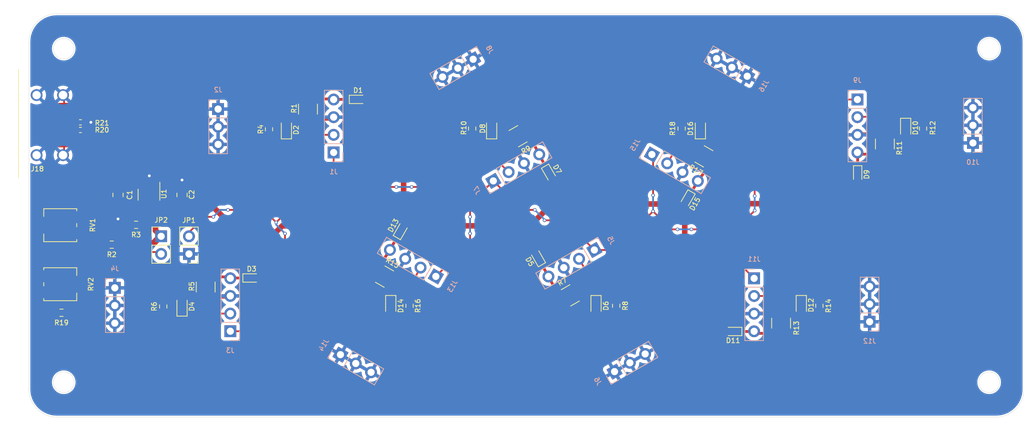
<source format=kicad_pcb>
(kicad_pcb (version 20221018) (generator pcbnew)
  (layers (0 "F.Cu" signal) (31 "B.Cu" signal) (34 "B.Paste" user) (35 "F.Paste" user) (36 "B.SilkS" user "B.Silkscreen") (37 "F.SilkS" user "F.Silkscreen") (38 "B.Mask" user) (39 "F.Mask" user) (44 "Edge.Cuts" user))
  (net 0 "")
  (net 1 "VBUS")
  (net 2 "GND")
  (net 3 "/Plug/VREG")
  (net 4 "/Plug/BATT")
  (net 5 "Net-(D2-K)")
  (net 6 "/Plug/STAT")
  (net 7 "/Plug1/BATT")
  (net 8 "Net-(D4-K)")
  (net 9 "/Plug1/STAT")
  (net 10 "/Plug2/BATT")
  (net 11 "Net-(D6-K)")
  (net 12 "/Plug2/STAT")
  (net 13 "/Plug3/BATT")
  (net 14 "Net-(D8-K)")
  (net 15 "/Plug3/STAT")
  (net 16 "/Plug5/BATT")
  (net 17 "Net-(D10-K)")
  (net 18 "/Plug5/STAT")
  (net 19 "/Plug7/BATT")
  (net 20 "Net-(D12-K)")
  (net 21 "/Plug7/STAT")
  (net 22 "/Plug4/BATT")
  (net 23 "Net-(D14-K)")
  (net 24 "/Plug4/STAT")
  (net 25 "/Plug6/BATT")
  (net 26 "Net-(D16-K)")
  (net 27 "/Plug6/STAT")
  (net 28 "/Plug/PROG")
  (net 29 "Net-(JP2-B)")
  (net 30 "Net-(R2-Pad2)")
  (net 31 "Net-(U1-FB)")
  (net 32 "Net-(R19-Pad2)")
  (net 35 "Net-(J18-CC2)")
  (net 36 "Net-(J18-CC1)")
  (footprint "Capacitor_SMD:C_0805_2012Metric" (layer "F.Cu") (at 95 95.05 90)
    (fp_text reference "C2")
    (fp_text value "C")
  )
  (footprint "Pixels-dice:USB-C-SMD_10P-P1.00-L6.8-W8.9" (layer "F.Cu") (at 76 85 180)
    (fp_text reference "J18")
    (fp_text value "USB_C_Receptacle_USB2.0")
  )
  (footprint "Resistor_SMD:R_0603_1608Metric" (layer "F.Cu") (at 77.675 112 180)
    (fp_text reference "R19")
    (fp_text value "R")
  )
  (footprint "Resistor_SMD:R_1210_3225Metric" (layer "F.Cu") (at 98.4 108.3 -90)
    (fp_text reference "R5")
    (fp_text value "R")
  )
  (footprint "LED_SMD:LED_0603_1608Metric" (layer "F.Cu") (at 184 111 -90)
    (fp_text reference "D12")
    (fp_text value "LED")
  )
  (footprint "LED_SMD:LED_0603_1608Metric" (layer "F.Cu") (at 199 85.5 -90)
    (fp_text reference "D10")
    (fp_text value "LED")
  )
  (footprint "Resistor_SMD:R_0603_1608Metric" (layer "F.Cu") (at 201.5 85.5 90)
    (fp_text reference "R12")
    (fp_text value "R")
  )
  (footprint "Resistor_SMD:R_1210_3225Metric" (layer "F.Cu") (at 196.01 87.72 90)
    (fp_text reference "R11")
    (fp_text value "R")
  )
  (footprint "Diode_SMD:D_SOD-523" (layer "F.Cu") (at 120.3 81.3)
    (fp_text reference "D1")
    (fp_text value "D_Schottky")
  )
  (footprint "Resistor_SMD:R_0603_1608Metric" (layer "F.Cu") (at 84.9 102.2 180)
    (fp_text reference "R2")
    (fp_text value "R")
  )
  (footprint "Resistor_SMD:R_1210_3225Metric" (layer "F.Cu") (at 181.1 113.5 90)
    (fp_text reference "R13")
    (fp_text value "R")
  )
  (footprint "Connector_PinHeader_2.54mm:PinHeader_1x02_P2.54mm_Vertical" (layer "F.Cu") (at 92 101)
    (fp_text reference "JP2")
    (fp_text value "Jumper_2_Open")
  )
  (footprint "Diode_SMD:D_SOD-523" (layer "F.Cu") (at 174.2 114.7 180)
    (fp_text reference "D11")
    (fp_text value "D_Schottky")
  )
  (footprint "Resistor_SMD:R_0603_1608Metric" (layer "F.Cu") (at 107.5 85.6 -90)
    (fp_text reference "R4")
    (fp_text value "R")
  )
  (footprint "LED_SMD:LED_0603_1608Metric" (layer "F.Cu") (at 139.5 85.5 90)
    (fp_text reference "D8")
    (fp_text value "LED")
  )
  (footprint "Package_TO_SOT_SMD:SOT-23-5" (layer "F.Cu") (at 90.25 95.0125 -90)
    (fp_text reference "U1")
    (fp_text value "TLV75801PDBV")
  )
  (footprint "Resistor_SMD:R_0603_1608Metric" (layer "F.Cu") (at 88.4 99.35 180)
    (fp_text reference "R3")
    (fp_text value "R")
  )
  (footprint "LED_SMD:LED_0603_1608Metric" (layer "F.Cu") (at 125 111 -90)
    (fp_text reference "D14")
    (fp_text value "LED")
  )
  (footprint "Resistor_SMD:R_0603_1608Metric" (layer "F.Cu") (at 127.7 111 90)
    (fp_text reference "R16")
    (fp_text value "R")
  )
  (footprint "Diode_SMD:D_SOD-523" (layer "F.Cu") (at 126.5 100.1 60)
    (fp_text reference "D13")
    (fp_text value "D_Schottky")
  )
  (footprint "Resistor_SMD:R_0402_1005Metric" (layer "F.Cu") (at 80.4 84.6 180)
    (fp_text reference "R21")
    (fp_text value "5.1k 1%")
  )
  (footprint "Capacitor_SMD:C_0805_2012Metric" (layer "F.Cu") (at 85.8 95.05 -90)
    (fp_text reference "C1")
    (fp_text value "C")
  )
  (footprint "Diode_SMD:D_SOD-523" (layer "F.Cu") (at 146.1 104 120)
    (fp_text reference "D5")
    (fp_text value "D_Schottky")
  )
  (footprint "Connector_PinHeader_2.54mm:PinHeader_1x02_P2.54mm_Vertical" (layer "F.Cu") (at 96 103.54 180)
    (fp_text reference "JP1")
    (fp_text value "Jumper_2_Open")
  )
  (footprint "Resistor_SMD:R_1210_3225Metric" (layer "F.Cu") (at 124.1 106.8 -30)
    (fp_text reference "R15")
    (fp_text value "R")
  )
  (footprint "LED_SMD:LED_0603_1608Metric" (layer "F.Cu") (at 95 111 90)
    (fp_text reference "D4")
    (fp_text value "LED")
  )
  (footprint "Diode_SMD:D_SOD-523" (layer "F.Cu") (at 105 107)
    (fp_text reference "D3")
    (fp_text value "D_Schottky")
  )
  (footprint "Resistor_SMD:R_0603_1608Metric" (layer "F.Cu") (at 157.4 111 90)
    (fp_text reference "R8")
    (fp_text value "R")
  )
  (footprint "LED_SMD:LED_0603_1608Metric" (layer "F.Cu") (at 110 85.5 90)
    (fp_text reference "D2")
    (fp_text value "LED")
  )
  (footprint "Resistor_SMD:R_1210_3225Metric" (layer "F.Cu") (at 170 89.5 150)
    (fp_text reference "R17")
    (fp_text value "R")
  )
  (footprint "Potentiometer_SMD:Potentiometer_Bourns_3314G_Vertical" (layer "F.Cu") (at 77.5 107.9 90)
    (fp_text reference "RV2")
    (fp_text value "R_Potentiometer_Trim")
  )
  (footprint "LED_SMD:LED_0603_1608Metric" (layer "F.Cu") (at 154.5 111 -90)
    (fp_text reference "D6")
    (fp_text value "LED")
  )
  (footprint "Resistor_SMD:R_0603_1608Metric" (layer "F.Cu") (at 186.6 111 90)
    (fp_text reference "R14")
    (fp_text value "R")
  )
  (footprint "Resistor_SMD:R_1210_3225Metric" (layer "F.Cu") (at 150.8 109.5 30)
    (fp_text reference "R7")
    (fp_text value "R")
  )
  (footprint "Potentiometer_SMD:Potentiometer_Bourns_3314G_Vertical" (layer "F.Cu") (at 77.5 99.4 -90)
    (fp_text reference "RV1")
    (fp_text value "R_Potentiometer_Trim")
  )
  (footprint "Resistor_SMD:R_1210_3225Metric" (layer "F.Cu") (at 143.3 86.6 -150)
    (fp_text reference "R9")
    (fp_text value "R")
  )
  (footprint "Diode_SMD:D_SOD-523" (layer "F.Cu") (at 147.8 92 -60)
    (fp_text reference "D7")
    (fp_text value "D_Schottky")
  )
  (footprint "LED_SMD:LED_0603_1608Metric" (layer "F.Cu") (at 169.5 85.5 90)
    (fp_text reference "D16")
    (fp_text value "LED")
  )
  (footprint "Resistor_SMD:R_0402_1005Metric" (layer "F.Cu") (at 80.4 85.7 180)
    (fp_text reference "R20")
    (fp_text value "5.1k 1%")
  )
  (footprint "Diode_SMD:D_SOD-523" (layer "F.Cu") (at 167.6 95.7 -120)
    (fp_text reference "D15")
    (fp_text value "D_Schottky")
  )
  (footprint "Resistor_SMD:R_0603_1608Metric" (layer "F.Cu") (at 136.7 85.5 -90)
    (fp_text reference "R10")
    (fp_text value "R")
  )
  (footprint "Resistor_SMD:R_1210_3225Metric" (layer "F.Cu") (at 113.1 82.7 -90)
    (fp_text reference "R1")
    (fp_text value "R")
  )
  (footprint "Resistor_SMD:R_0603_1608Metric" (layer "F.Cu") (at 166.8 85.5 -90)
    (fp_text reference "R18")
    (fp_text value "R")
  )
  (footprint "Resistor_SMD:R_0603_1608Metric" (layer "F.Cu") (at 92.3 111.1 -90)
    (fp_text reference "R6")
    (fp_text value "R")
  )
  (footprint "Diode_SMD:D_SOD-523" (layer "F.Cu") (at 192.1 92.1 -90)
    (fp_text reference "D9")
    (fp_text value "D_Schottky")
  )
  (footprint "Connector_PinSocket_2.54mm:PinSocket_1x03_P2.54mm_Vertical" (layer "B.Cu") (at 136.84 75.53 120)
    (fp_text reference "J8")
    (fp_text value "Conn_01x03")
  )
  (footprint "Connector_PinSocket_2.54mm:PinSocket_1x03_P2.54mm_Vertical" (layer "B.Cu") (at 176.23 77.97 60)
    (fp_text reference "J16")
    (fp_text value "Conn_01x03")
  )
  (footprint "Connector_PinSocket_2.54mm:PinSocket_1x03_P2.54mm_Vertical" (layer "B.Cu") (at 208.67 87.57)
    (fp_text reference "J10")
    (fp_text value "Conn_01x03")
  )
  (footprint "Connector_PinSocket_2.54mm:PinSocket_1x04_P2.54mm_Vertical" (layer "B.Cu") (at 101.94 114.66)
    (fp_text reference "J3")
    (fp_text value "Conn_01x04")
  )
  (footprint "Connector_PinSocket_2.54mm:PinSocket_1x04_P2.54mm_Vertical" (layer "B.Cu") (at 154.26 102.97 120)
    (fp_text reference "J5")
    (fp_text value "Conn_01x04")
  )
  (footprint "Connector_PinSocket_2.54mm:PinSocket_1x03_P2.54mm_Vertical" (layer "B.Cu") (at 85.34 108.42 180)
    (fp_text reference "J4")
    (fp_text value "Conn_01x03")
  )
  (footprint "Connector_PinSocket_2.54mm:PinSocket_1x03_P2.54mm_Vertical" (layer "B.Cu") (at 117.770591 118.03 -120)
    (fp_text reference "J14")
    (fp_text value "Conn_01x03")
  )
  (footprint "Connector_PinSocket_2.54mm:PinSocket_1x03_P2.54mm_Vertical" (layer "B.Cu") (at 157.160591 120.47 -60)
    (fp_text reference "J6")
    (fp_text value "Conn_01x03")
  )
  (footprint "Connector_PinSocket_2.54mm:PinSocket_1x04_P2.54mm_Vertical" (layer "B.Cu") (at 192.065 81.319999 180)
    (fp_text reference "J9")
    (fp_text value "Conn_01x04")
  )
  (footprint "Connector_PinSocket_2.54mm:PinSocket_1x03_P2.54mm_Vertical" (layer "B.Cu") (at 100.185 82.695 180)
    (fp_text reference "J2")
    (fp_text value "Conn_01x03")
  )
  (footprint "Connector_PinSocket_2.54mm:PinSocket_1x03_P2.54mm_Vertical" (layer "B.Cu") (at 193.82 113.3)
    (fp_text reference "J12")
    (fp_text value "Conn_01x03")
  )
  (footprint "Connector_PinSocket_2.54mm:PinSocket_1x04_P2.54mm_Vertical" (layer "B.Cu") (at 131.48 106.77 60)
    (fp_text reference "J13")
    (fp_text value "Conn_01x04")
  )
  (footprint "Connector_PinSocket_2.54mm:PinSocket_1x04_P2.54mm_Vertical" (layer "B.Cu") (at 116.79 88.94)
    (fp_text reference "J1")
    (fp_text value "Conn_01x04")
  )
  (footprint "Connector_PinSocket_2.54mm:PinSocket_1x04_P2.54mm_Vertical" (layer "B.Cu") (at 162.530886 89.23 -120)
    (fp_text reference "J15")
    (fp_text value "Conn_01x04")
  )
  (footprint "Connector_PinSocket_2.54mm:PinSocket_1x04_P2.54mm_Vertical" (layer "B.Cu") (at 139.740886 93.03 -60)
    (fp_text reference "J7")
    (fp_text value "Conn_01x04")
  )
  (footprint "Connector_PinSocket_2.54mm:PinSocket_1x04_P2.54mm_Vertical" (layer "B.Cu") (at 177.22 107.05 180)
    (fp_text reference "J11")
    (fp_text value "Conn_01x04")
  )
  (gr_circle (center 154.26 102.97) (end 154.76 102.97) (stroke (width 0.05)) (fill none) (layer "Edge.Cuts"))
  (gr_circle (center 174.030295 76.7) (end 174.530295 76.7) (stroke (width 0.05)) (fill none) (layer "Edge.Cuts"))
  (gr_circle (center 101.94 109.58) (end 102.44 109.58) (stroke (width 0.05)) (fill none) (layer "Edge.Cuts"))
  (gr_circle (center 96 101) (end 96.5 101) (stroke (width 0.05)) (fill none) (layer "Edge.Cuts"))
  (gr_circle (center 177.22 107.05) (end 177.72 107.05) (stroke (width 0.05)) (fill none) (layer "Edge.Cuts"))
  (gr_circle (center 92 101) (end 92.5 101) (stroke (width 0.05)) (fill none) (layer "Edge.Cuts"))
  (gr_circle (center 162.530886 89.23) (end 163.030886 89.23) (stroke (width 0.05)) (fill none) (layer "Edge.Cuts"))
  (gr_circle (center 116.79 83.86) (end 117.29 83.86) (stroke (width 0.05)) (fill none) (layer "Edge.Cuts"))
  (gr_line (start 77 127.000001) (end 212 127) (stroke (width 0.05)) (layer "Edge.Cuts"))
  (gr_circle (center 77.9 80.68) (end 78.5 80.68) (stroke (width 0.05)) (fill none) (layer "Edge.Cuts"))
  (gr_circle (center 134.640295 76.8) (end 135.140295 76.8) (stroke (width 0.05)) (fill none) (layer "Edge.Cuts"))
  (gr_circle (center 208.67 82.49) (end 209.17 82.49) (stroke (width 0.05)) (fill none) (layer "Edge.Cuts"))
  (gr_circle (center 122.17 120.57) (end 122.67 120.57) (stroke (width 0.05)) (fill none) (layer "Edge.Cuts"))
  (gr_circle (center 177.22 109.59) (end 177.72 109.59) (stroke (width 0.05)) (fill none) (layer "Edge.Cuts"))
  (gr_circle (center 119.970296 119.3) (end 120.470296 119.3) (stroke (width 0.05)) (fill none) (layer "Edge.Cuts"))
  (gr_circle (center 100.185 82.695) (end 100.685 82.695) (stroke (width 0.05)) (fill none) (layer "Edge.Cuts"))
  (gr_arc (start 215.999999 123) (mid 214.828426 125.828426) (end 212 127) (stroke (width 0.05)) (layer "Edge.Cuts"))
  (gr_circle (center 157.160591 120.47) (end 157.660591 120.47) (stroke (width 0.05)) (fill none) (layer "Edge.Cuts"))
  (gr_line (start 73 73) (end 73 122.999999) (stroke (width 0.05)) (layer "Edge.Cuts"))
  (gr_circle (center 136.84 75.53) (end 137.34 75.53) (stroke (width 0.05)) (fill none) (layer "Edge.Cuts"))
  (gr_circle (center 85.34 108.42) (end 85.84 108.42) (stroke (width 0.05)) (fill none) (layer "Edge.Cuts"))
  (gr_circle (center 210.999999 73.999999) (end 212.499999 73.999999) (stroke (width 0.05)) (fill none) (layer "Edge.Cuts"))
  (gr_circle (center 192.065 81.319999) (end 192.565 81.319999) (stroke (width 0.05)) (fill none) (layer "Edge.Cuts"))
  (gr_circle (center 131.48 106.77) (end 131.98 106.77) (stroke (width 0.05)) (fill none) (layer "Edge.Cuts"))
  (gr_circle (center 159.360296 119.2) (end 159.860296 119.2) (stroke (width 0.05)) (fill none) (layer "Edge.Cuts"))
  (gr_circle (center 117.770591 118.03) (end 118.270591 118.03) (stroke (width 0.05)) (fill none) (layer "Edge.Cuts"))
  (gr_circle (center 193.82 108.22) (end 194.32 108.22) (stroke (width 0.05)) (fill none) (layer "Edge.Cuts"))
  (gr_circle (center 101.94 112.12) (end 102.44 112.12) (stroke (width 0.05)) (fill none) (layer "Edge.Cuts"))
  (gr_circle (center 164.730591 90.5) (end 165.230591 90.5) (stroke (width 0.05)) (fill none) (layer "Edge.Cuts"))
  (gr_circle (center 101.94 114.66) (end 102.44 114.66) (stroke (width 0.05)) (fill none) (layer "Edge.Cuts"))
  (gr_circle (center 192.065 88.939999) (end 192.565 88.939999) (stroke (width 0.05)) (fill none) (layer "Edge.Cuts"))
  (gr_circle (center 193.82 113.3) (end 194.32 113.3) (stroke (width 0.05)) (fill none) (layer "Edge.Cuts"))
  (gr_circle (center 100.185 85.235) (end 100.685 85.235) (stroke (width 0.05)) (fill none) (layer "Edge.Cuts"))
  (gr_circle (center 78 73.999999) (end 79.5 73.999999) (stroke (width 0.05)) (fill none) (layer "Edge.Cuts"))
  (gr_arc (start 73 73) (mid 74.171585 70.171592) (end 77 69) (stroke (width 0.05)) (layer "Edge.Cuts"))
  (gr_circle (center 124.880886 102.96) (end 125.380886 102.96) (stroke (width 0.05)) (fill none) (layer "Edge.Cuts"))
  (gr_circle (center 116.79 86.4) (end 117.29 86.4) (stroke (width 0.05)) (fill none) (layer "Edge.Cuts"))
  (gr_circle (center 161.56 117.93) (end 162.06 117.93) (stroke (width 0.05)) (fill none) (layer "Edge.Cuts"))
  (gr_circle (center 147.660886 106.78) (end 148.160886 106.78) (stroke (width 0.05)) (fill none) (layer "Edge.Cuts"))
  (gr_arc (start 212 68.999999) (mid 214.828429 70.171572) (end 216 73.000001) (stroke (width 0.05)) (layer "Edge.Cuts"))
  (gr_circle (center 127.080591 104.23) (end 127.580591 104.23) (stroke (width 0.05)) (fill none) (layer "Edge.Cuts"))
  (gr_circle (center 116.79 88.94) (end 117.29 88.94) (stroke (width 0.05)) (fill none) (layer "Edge.Cuts"))
  (gr_circle (center 101.94 107.04) (end 102.44 107.04) (stroke (width 0.05)) (fill none) (layer "Edge.Cuts"))
  (gr_line (start 212 68.999999) (end 77 69) (stroke (width 0.05)) (layer "Edge.Cuts"))
  (gr_circle (center 85.34 113.5) (end 85.84 113.5) (stroke (width 0.05)) (fill none) (layer "Edge.Cuts"))
  (gr_circle (center 92 103.54) (end 92.5 103.54) (stroke (width 0.05)) (fill none) (layer "Edge.Cuts"))
  (gr_circle (center 146.34 89.22) (end 146.84 89.22) (stroke (width 0.05)) (fill none) (layer "Edge.Cuts"))
  (gr_circle (center 210.999999 122) (end 212.499999 122) (stroke (width 0.05)) (fill none) (layer "Edge.Cuts"))
  (gr_circle (center 176.23 77.97) (end 176.73 77.97) (stroke (width 0.05)) (fill none) (layer "Edge.Cuts"))
  (gr_circle (center 144.140295 90.49) (end 144.640295 90.49) (stroke (width 0.05)) (fill none) (layer "Edge.Cuts"))
  (gr_circle (center 78 122) (end 79.5 122) (stroke (width 0.05)) (fill none) (layer "Edge.Cuts"))
  (gr_circle (center 85.34 110.96) (end 85.84 110.96) (stroke (width 0.05)) (fill none) (layer "Edge.Cuts"))
  (gr_circle (center 177.22 114.67) (end 177.72 114.67) (stroke (width 0.05)) (fill none) (layer "Edge.Cuts"))
  (gr_line (start 215.999999 123) (end 216 73.000001) (stroke (width 0.05)) (layer "Edge.Cuts"))
  (gr_circle (center 96 103.54) (end 96.5 103.54) (stroke (width 0.05)) (fill none) (layer "Edge.Cuts"))
  (gr_circle (center 116.79 81.32) (end 117.29 81.32) (stroke (width 0.05)) (fill none) (layer "Edge.Cuts"))
  (gr_circle (center 171.830591 75.43) (end 172.330591 75.43) (stroke (width 0.05)) (fill none) (layer "Edge.Cuts"))
  (gr_circle (center 166.930295 91.77) (end 167.430295 91.77) (stroke (width 0.05)) (fill none) (layer "Edge.Cuts"))
  (gr_circle (center 192.065 83.859999) (end 192.565 83.859999) (stroke (width 0.05)) (fill none) (layer "Edge.Cuts"))
  (gr_arc (start 77 127.000001) (mid 74.171572 125.828427) (end 73 122.999999) (stroke (width 0.05)) (layer "Edge.Cuts"))
  (gr_circle (center 139.740886 93.03) (end 140.240886 93.03) (stroke (width 0.05)) (fill none) (layer "Edge.Cuts"))
  (gr_circle (center 77.9 89.32) (end 78.5 89.32) (stroke (width 0.05)) (fill none) (layer "Edge.Cuts"))
  (gr_circle (center 169.13 93.04) (end 169.63 93.04) (stroke (width 0.05)) (fill none) (layer "Edge.Cuts"))
  (gr_circle (center 208.67 85.03) (end 209.17 85.03) (stroke (width 0.05)) (fill none) (layer "Edge.Cuts"))
  (gr_circle (center 208.67 87.57) (end 209.17 87.57) (stroke (width 0.05)) (fill none) (layer "Edge.Cuts"))
  (gr_circle (center 149.860591 105.51) (end 150.360591 105.51) (stroke (width 0.05)) (fill none) (layer "Edge.Cuts"))
  (gr_circle (center 132.440591 78.07) (end 132.940591 78.07) (stroke (width 0.05)) (fill none) (layer "Edge.Cuts"))
  (gr_circle (center 100.185 87.775) (end 100.685 87.775) (stroke (width 0.05)) (fill none) (layer "Edge.Cuts"))
  (gr_circle (center 141.940591 91.76) (end 142.440591 91.76) (stroke (width 0.05)) (fill none) (layer "Edge.Cuts"))
  (gr_circle (center 129.280295 105.5) (end 129.780295 105.5) (stroke (width 0.05)) (fill none) (layer "Edge.Cuts"))
  (gr_circle (center 152.060295 104.24) (end 152.560295 104.24) (stroke (width 0.05)) (fill none) (layer "Edge.Cuts"))
  (gr_circle (center 192.065 86.399999) (end 192.565 86.399999) (stroke (width 0.05)) (fill none) (layer "Edge.Cuts"))
  (gr_circle (center 177.22 112.13) (end 177.72 112.13) (stroke (width 0.05)) (fill none) (layer "Edge.Cuts"))
  (gr_circle (center 193.82 110.76) (end 194.32 110.76) (stroke (width 0.05)) (fill none) (layer "Edge.Cuts"))
  (segment (start 89.3 91.7) (end 89.3 93.875) (width 0.4) (layer "F.Cu") (net 1))
  (segment (start 78.05 86.52) (end 82.12 86.52) (width 0.4) (layer "F.Cu") (net 1))
  (segment (start 91.2 91.7) (end 90.7 91.2) (width 0.4) (layer "F.Cu") (net 1))
  (segment (start 82.12 86.52) (end 85.8 90.2) (width 0.4) (layer "F.Cu") (net 1))
  (segment (start 76.62 86.52) (end 78.05 86.52) (width 0.4) (layer "F.Cu") (net 1))
  (segment (start 78.05 83.48) (end 76.52 83.48) (width 0.4) (layer "F.Cu") (net 1))
  (segment (start 89.8 91.2) (end 89.3 91.7) (width 0.4) (layer "F.Cu") (net 1))
  (segment (start 89.075 94.1) (end 89.3 93.875) (width 0.4) (layer "F.Cu") (net 1))
  (segment (start 76 85.9) (end 76.62 86.52) (width 0.4) (layer "F.Cu") (net 1))
  (segment (start 76.52 83.48) (end 76 84) (width 0.4) (layer "F.Cu") (net 1))
  (segment (start 85.8 90.2) (end 85.8 94.1) (width 0.4) (layer "F.Cu") (net 1))
  (segment (start 91.2 93.875) (end 91.2 91.7) (width 0.4) (layer "F.Cu") (net 1))
  (segment (start 85.8 94.1) (end 89.075 94.1) (width 0.4) (layer "F.Cu") (net 1))
  (segment (start 90.7 91.2) (end 89.8 91.2) (width 0.4) (layer "F.Cu") (net 1))
  (segment (start 76 84) (end 76 85.9) (width 0.4) (layer "F.Cu") (net 1))
  (segment (start 101.7575 109.7625) (end 101.94 109.58) (width 0.4) (layer "F.Cu") (net 2))
  (segment (start 85.8 96) (end 85.8 98.5) (width 0.4) (layer "F.Cu") (net 2))
  (segment (start 90.25 93.875) (end 90.25 92.35) (width 0.4) (layer "F.Cu") (net 2))
  (segment (start 98.4 109.7625) (end 101.7575 109.7625) (width 0.4) (layer "F.Cu") (net 2))
  (segment (start 181.1 112.0375) (end 177.3125 112.0375) (width 0.4) (layer "F.Cu") (net 2))
  (segment (start 193.68 110.9) (end 193.82 110.76) (width 0.4) (layer "F.Cu") (net 2))
  (segment (start 87.575 99.35) (end 86.65 99.35) (width 0.4) (layer "F.Cu") (net 2))
  (segment (start 168.733438 88.76875) (end 166.930295 91.77) (width 0.4) (layer "F.Cu") (net 2))
  (segment (start 78.05 80.83) (end 77.9 80.68) (width 0.25) (layer "F.Cu") (net 2))
  (segment (start 152.066562 108.76875) (end 149.860591 105.51) (width 0.4) (layer "F.Cu") (net 2))
  (segment (start 116.4875 84.1625) (end 116.79 83.86) (width 0.4) (layer "F.Cu") (net 2))
  (segment (start 196.01 86.2575) (end 192.207499 86.2575) (width 0.4) (layer "F.Cu") (net 2))
  (segment (start 78.05 82.25) (end 78.05 80.83) (width 0.25) (layer "F.Cu") (net 2))
  (segment (start 78.05 89.17) (end 77.9 89.32) (width 0.25) (layer "F.Cu") (net 2))
  (segment (start 192.207499 86.2575) (end 192.065 86.399999) (width 0.4) (layer "F.Cu") (net 2))
  (segment (start 113.1 84.1625) (end 116.4875 84.1625) (width 0.4) (layer "F.Cu") (net 2))
  (segment (start 80.91 84.6) (end 81.9 84.6) (width 0.4) (layer "F.Cu") (net 2))
  (segment (start 85.38 111) (end 85.34 110.96) (width 0.4) (layer "F.Cu") (net 2))
  (segment (start 208.5 85.2) (end 208.67 85.03) (width 0.4) (layer "F.Cu") (net 2))
  (segment (start 125.366562 107.53125) (end 127.080591 104.23) (width 0.4) (layer "F.Cu") (net 2))
  (segment (start 142.033438 87.33125) (end 144.140295 90.49) (width 0.4) (layer "F.Cu") (net 2))
  (segment (start 95 94.1) (end 95 92.9) (width 0.4) (layer "F.Cu") (net 2))
  (segment (start 80.91 84.6) (end 80.91 85.7) (width 0.4) (layer "F.Cu") (net 2))
  (segment (start 86.65 99.35) (end 85.8 98.5) (width 0.4) (layer "F.Cu") (net 2))
  (segment (start 90.25 92.35) (end 90.3 92.3) (width 0.4) (layer "F.Cu") (net 2))
  (segment (start 78.05 87.75) (end 78.05 89.17) (width 0.25) (layer "F.Cu") (net 2))
  (segment (start 177.3125 112.0375) (end 177.22 112.13) (width 0.4) (layer "F.Cu") (net 2))
  (via (at 81.9 84.6) (size 0.8) (drill 0.4) (layers "F.Cu" "B.Cu") (net 2))
  (via (at 85.8 98.5) (size 0.8) (drill 0.4) (layers "F.Cu" "B.Cu") (net 2))
  (via (at 95 92.9) (size 0.8) (drill 0.4) (layers "F.Cu" "B.Cu") (net 2))
  (via (at 90.3 92.3) (size 0.8) (drill 0.4) (layers "F.Cu" "B.Cu") (net 2))
  (segment (start 126.85 99.493782) (end 141.85 99.493782) (width 0.8) (layer "F.Cu") (net 3))
  (segment (start 98.7 96) (end 105.7 103) (width 0.8) (layer "F.Cu") (net 3))
  (segment (start 126.85 99.493782) (end 126.85 87.15) (width 0.8) (layer "F.Cu") (net 3))
  (segment (start 126.85 87.15) (end 121 81.3) (width 0.8) (layer "F.Cu") (net 3))
  (segment (start 91.2 100.125) (end 91.8 100.725) (width 0.4) (layer "F.Cu") (net 3))
  (segment (start 167.25 96.306218) (end 188.593782 96.306218) (width 0.8) (layer "F.Cu") (net 3))
  (segment (start 91.2 100.2) (end 92 101) (width 0.8) (layer "F.Cu") (net 3))
  (segment (start 94.85 96.15) (end 95 96) (width 0.8) (layer "F.Cu") (net 3))
  (segment (start 141.85 99.493782) (end 145.75 103.393782) (width 0.8) (layer "F.Cu") (net 3))
  (segment (start 148.15 96.35) (end 148.15 92.606218) (width 0.8) (layer "F.Cu") (net 3))
  (segment (start 105.7 103) (end 105.9 103) (width 0.8) (layer "F.Cu") (net 3))
  (segment (start 85.725 102.2) (end 90.325 102.2) (width 0.4) (layer "F.Cu") (net 3))
  (segment (start 188.593782 96.306218) (end 192.1 92.8) (width 0.8) (layer "F.Cu") (net 3))
  (segment (start 141.85 99.493782) (end 145.006218 99.493782) (width 0.8) (layer "F.Cu") (net 3))
  (segment (start 148.15 96.35) (end 167.206218 96.35) (width 0.8) (layer "F.Cu") (net 3))
  (segment (start 145.006218 99.493782) (end 148.15 96.35) (width 0.8) (layer "F.Cu") (net 3))
  (segment (start 91.2 96.15) (end 91.2 100.2) (width 0.8) (layer "F.Cu") (net 3))
  (segment (start 90.325 102.2) (end 91.8 100.725) (width 0.4) (layer "F.Cu") (net 3))
  (segment (start 91.2 96.15) (end 94.85 96.15) (width 0.8) (layer "F.Cu") (net 3))
  (segment (start 105.7 103.2) (end 105.7 107) (width 0.4) (layer "F.Cu") (net 3))
  (segment (start 91.2 96.15) (end 91.2 100.125) (width 0.4) (layer "F.Cu") (net 3))
  (segment (start 109.406218 99.493782) (end 105.7 103.2) (width 0.4) (layer "F.Cu") (net 3))
  (segment (start 95 96) (end 98.7 96) (width 0.8) (layer "F.Cu") (net 3))
  (segment (start 90.8 102.2) (end 92 101) (width 0.8) (layer "F.Cu") (net 3))
  (segment (start 105.9 103) (end 109.406218 99.493782) (width 0.8) (layer "F.Cu") (net 3))
  (segment (start 167.206218 96.35) (end 167.25 96.306218) (width 0.8) (layer "F.Cu") (net 3))
  (segment (start 167.25 96.306218) (end 167.25 108.45) (width 0.8) (layer "F.Cu") (net 3))
  (segment (start 105.7 103) (end 105.7 103.2) (width 0.4) (layer "F.Cu") (net 3))
  (segment (start 167.25 108.45) (end 173.5 114.7) (width 0.8) (layer "F.Cu") (net 3))
  (segment (start 109.406218 99.493782) (end 126.85 99.493782) (width 0.8) (layer "F.Cu") (net 3))
  (segment (start 105.7 103) (end 105.7 107) (width 0.8) (layer "F.Cu") (net 3))
  (segment (start 85.725 102.2) (end 90.8 102.2) (width 0.8) (layer "F.Cu") (net 3))
  (segment (start 110.9625 81.2375) (end 110 82.2) (width 0.4) (layer "F.Cu") (net 4))
  (segment (start 116.81 81.3) (end 116.79 81.32) (width 0.4) (layer "F.Cu") (net 4))
  (segment (start 113.1 81.2375) (end 110.9625 81.2375) (width 0.4) (layer "F.Cu") (net 4))
  (segment (start 110 82.2) (end 110 84.7125) (width 0.4) (layer "F.Cu") (net 4))
  (segment (start 119.6 81.3) (end 116.81 81.3) (width 0.4) (layer "F.Cu") (net 4))
  (segment (start 116.7075 81.2375) (end 116.79 81.32) (width 0.4) (layer "F.Cu") (net 4))
  (segment (start 113.1 81.2375) (end 116.7075 81.2375) (width 0.4) (layer "F.Cu") (net 4))
  (segment (start 107.775 84.775) (end 109.2875 86.2875) (width 0.25) (layer "F.Cu") (net 5))
  (segment (start 107.5 84.775) (end 107.775 84.775) (width 0.25) (layer "F.Cu") (net 5))
  (segment (start 109.2875 86.2875) (end 110 86.2875) (width 0.25) (layer "F.Cu") (net 5))
  (segment (start 111.2 87.8) (end 112.6 86.4) (width 0.25) (layer "F.Cu") (net 6))
  (segment (start 112.6 86.4) (end 116.79 86.4) (width 0.25) (layer "F.Cu") (net 6))
  (segment (start 107.5 86.425) (end 107.5 87) (width 0.25) (layer "F.Cu") (net 6))
  (segment (start 107.5 87) (end 108.3 87.8) (width 0.25) (layer "F.Cu") (net 6))
  (segment (start 108.3 87.8) (end 111.2 87.8) (width 0.25) (layer "F.Cu") (net 6))
  (segment (start 116.6775 86.2875) (end 116.79 86.4) (width 0.25) (layer "F.Cu") (net 6))
  (segment (start 98.4 106.8375) (end 101.7375 106.8375) (width 0.4) (layer "F.Cu") (net 7))
  (segment (start 101.94 107.04) (end 101.98 107) (width 0.4) (layer "F.Cu") (net 7))
  (segment (start 98.4 106.8375) (end 96.0625 106.8375) (width 0.4) (layer "F.Cu") (net 7))
  (segment (start 101.98 107) (end 104.3 107) (width 0.4) (layer "F.Cu") (net 7))
  (segment (start 95 107.9) (end 95 110.2125) (width 0.4) (layer "F.Cu") (net 7))
  (segment (start 101.7375 106.8375) (end 101.94 107.04) (width 0.4) (layer "F.Cu") (net 7))
  (segment (start 96.0625 106.8375) (end 95 107.9) (width 0.4) (layer "F.Cu") (net 7))
  (segment (start 94.1875 111.7875) (end 95 111.7875) (width 0.25) (layer "F.Cu") (net 8))
  (segment (start 92.675 110.275) (end 94.1875 111.7875) (width 0.25) (layer "F.Cu") (net 8))
  (segment (start 92.3 110.275) (end 92.675 110.275) (width 0.25) (layer "F.Cu") (net 8))
  (segment (start 98 113.2) (end 99.1 112.1) (width 0.25) (layer "F.Cu") (net 9))
  (segment (start 99.12 112.12) (end 101.94 112.12) (width 0.25) (layer "F.Cu") (net 9))
  (segment (start 99.1 112.1) (end 99.12 112.12) (width 0.25) (layer "F.Cu") (net 9))
  (segment (start 101.6075 111.7875) (end 101.94 112.12) (width 0.25) (layer "F.Cu") (net 9))
  (segment (start 93.575 113.2) (end 98 113.2) (width 0.25) (layer "F.Cu") (net 9))
  (segment (start 92.3 111.925) (end 93.575 113.2) (width 0.25) (layer "F.Cu") (net 9))
  (segment (start 149.533438 110.533438) (end 150.8 111.8) (width 0.4) (layer "F.Cu") (net 10))
  (segment (start 146.45 104.606218) (end 147.660886 106.78) (width 0.4) (layer "F.Cu") (net 10))
  (segment (start 154.4875 111.8) (end 154.5 111.7875) (width 0.4) (layer "F.Cu") (net 10))
  (segment (start 149.533438 110.23125) (end 149.533438 110.533438) (width 0.4) (layer "F.Cu") (net 10))
  (segment (start 150.8 111.8) (end 154.4875 111.8) (width 0.4) (layer "F.Cu") (net 10))
  (segment (start 147.660886 106.78) (end 149.533438 110.23125) (width 0.4) (layer "F.Cu") (net 10))
  (segment (start 154.5 110.2125) (end 155.1125 110.2125) (width 0.25) (layer "F.Cu") (net 11))
  (segment (start 155.1125 110.2125) (end 156.725 111.825) (width 0.25) (layer "F.Cu") (net 11))
  (segment (start 156.725 111.825) (end 157.4 111.825) (width 0.25) (layer "F.Cu") (net 11))
  (segment (start 157.4 110.175) (end 155.725 108.5) (width 0.25) (layer "F.Cu") (net 12))
  (segment (start 155.725 108.5) (end 154.5 108.5) (width 0.25) (layer "F.Cu") (net 12))
  (segment (start 154.5 108.5) (end 152.060295 104.24) (width 0.25) (layer "F.Cu") (net 12))
  (segment (start 147.45 91.393782) (end 146.34 89.22) (width 0.4) (layer "F.Cu") (net 13))
  (segment (start 144.566562 85.86875) (end 144.566562 85.566562) (width 0.4) (layer "F.Cu") (net 13))
  (segment (start 139.8 83.6) (end 139.5 83.9) (width 0.4) (layer "F.Cu") (net 13))
  (segment (start 142.6 83.6) (end 139.8 83.6) (width 0.4) (layer "F.Cu") (net 13))
  (segment (start 144.566562 85.86875) (end 146.34 89.22) (width 0.4) (layer "F.Cu") (net 13))
  (segment (start 139.5 83.9) (end 139.5 84.7125) (width 0.4) (layer "F.Cu") (net 13))
  (segment (start 144.566562 85.566562) (end 142.6 83.6) (width 0.4) (layer "F.Cu") (net 13))
  (segment (start 139.5 86.2875) (end 138.9875 86.2875) (width 0.25) (layer "F.Cu") (net 14))
  (segment (start 138.9875 86.2875) (end 137.375 84.675) (width 0.25) (layer "F.Cu") (net 14))
  (segment (start 137.375 84.675) (end 136.7 84.675) (width 0.25) (layer "F.Cu") (net 14))
  (segment (start 136.7 86.51941) (end 141.940591 91.76) (width 0.25) (layer "F.Cu") (net 15))
  (segment (start 136.7 86.325) (end 136.7 86.51941) (width 0.25) (layer "F.Cu") (net 15))
  (segment (start 192.1 88.974999) (end 192.065 88.939999) (width 0.4) (layer "F.Cu") (net 16))
  (segment (start 196.01 89.1825) (end 192.307501 89.1825) (width 0.4) (layer "F.Cu") (net 16))
  (segment (start 199 86.2875) (end 199 88.5) (width 0.4) (layer "F.Cu") (net 16))
  (segment (start 196.01 89.1825) (end 198.3175 89.1825) (width 0.4) (layer "F.Cu") (net 16))
  (segment (start 198.3175 89.1825) (end 199 88.5) (width 0.4) (layer "F.Cu") (net 16))
  (segment (start 192.307501 89.1825) (end 192.065 88.939999) (width 0.4) (layer "F.Cu") (net 16))
  (segment (start 192.1 91.4) (end 192.1 88.974999) (width 0.4) (layer "F.Cu") (net 16))
  (segment (start 199.5125 84.7125) (end 201.125 86.325) (width 0.25) (layer "F.Cu") (net 17))
  (segment (start 201.125 86.325) (end 201.5 86.325) (width 0.25) (layer "F.Cu") (net 17))
  (segment (start 199 84.7125) (end 199.5125 84.7125) (width 0.25) (layer "F.Cu") (net 17))
  (segment (start 200.8 83.3) (end 196.4 83.3) (width 0.25) (layer "F.Cu") (net 18))
  (segment (start 201.5 84) (end 200.8 83.3) (width 0.25) (layer "F.Cu") (net 18))
  (segment (start 201.5 84.675) (end 201.5 84) (width 0.25) (layer "F.Cu") (net 18))
  (segment (start 192.124999 83.8) (end 192.065 83.859999) (width 0.25) (layer "F.Cu") (net 18))
  (segment (start 196.4 83.3) (end 195.9 83.8) (width 0.25) (layer "F.Cu") (net 18))
  (segment (start 195.9 83.8) (end 192.124999 83.8) (width 0.25) (layer "F.Cu") (net 18))
  (segment (start 184 111.7875) (end 184 113.9) (width 0.4) (layer "F.Cu") (net 19))
  (segment (start 177.5125 114.9625) (end 177.22 114.67) (width 0.4) (layer "F.Cu") (net 19))
  (segment (start 181.1 114.9625) (end 177.5125 114.9625) (width 0.4) (layer "F.Cu") (net 19))
  (segment (start 174.9 114.7) (end 177.19 114.7) (width 0.4) (layer "F.Cu") (net 19))
  (segment (start 182.9375 114.9625) (end 181.1 114.9625) (width 0.4) (layer "F.Cu") (net 19))
  (segment (start 184 113.9) (end 182.9375 114.9625) (width 0.4) (layer "F.Cu") (net 19))
  (segment (start 177.19 114.7) (end 177.22 114.67) (width 0.4) (layer "F.Cu") (net 19))
  (segment (start 184.6125 110.2125) (end 186.225 111.825) (width 0.25) (layer "F.Cu") (net 20))
  (segment (start 184 110.2125) (end 184.6125 110.2125) (width 0.25) (layer "F.Cu") (net 20))
  (segment (start 186.225 111.825) (end 186.6 111.825) (width 0.25) (layer "F.Cu") (net 20))
  (segment (start 181.51 109.59) (end 177.22 109.59) (width 0.25) (layer "F.Cu") (net 21))
  (segment (start 186.6 110.175) (end 186.6 109.7) (width 0.25) (layer "F.Cu") (net 21))
  (segment (start 186.6 109.7) (end 185.6 108.7) (width 0.25) (layer "F.Cu") (net 21))
  (segment (start 185.6 108.7) (end 182.4 108.7) (width 0.25) (layer "F.Cu") (net 21))
  (segment (start 182.4 108.7) (end 181.51 109.59) (width 0.25) (layer "F.Cu") (net 21))
  (segment (start 126.15 100.706218) (end 124.880886 102.96) (width 0.4) (layer "F.Cu") (net 22))
  (segment (start 122 106.902188) (end 122.833438 106.06875) (width 0.4) (layer "F.Cu") (net 22))
  (segment (start 122.833438 106.06875) (end 124.880886 102.96) (width 0.4) (layer "F.Cu") (net 22))
  (segment (start 122 109.9) (end 122 106.902188) (width 0.4) (layer "F.Cu") (net 22))
  (segment (start 123.8875 111.7875) (end 122 109.9) (width 0.4) (layer "F.Cu") (net 22))
  (segment (start 125 111.7875) (end 123.8875 111.7875) (width 0.4) (layer "F.Cu") (net 22))
  (segment (start 127.125 111.825) (end 127.7 111.825) (width 0.25) (layer "F.Cu") (net 23))
  (segment (start 125 110.2125) (end 125.5125 110.2125) (width 0.25) (layer "F.Cu") (net 23))
  (segment (start 125.5125 110.2125) (end 127.125 111.825) (width 0.25) (layer "F.Cu") (net 23))
  (segment (start 127.6 110.075) (end 127.7 110.175) (width 0.25) (layer "F.Cu") (net 24))
  (segment (start 127.6 108.5) (end 129.280295 105.5) (width 0.25) (layer "F.Cu") (net 24))
  (segment (start 127.6 108.5) (end 127.6 110.075) (width 0.25) (layer "F.Cu") (net 24))
  (segment (start 172.1 89.397812) (end 171.266562 90.23125) (width 0.4) (layer "F.Cu") (net 25))
  (segment (start 167.95 95.093782) (end 169.13 93.04) (width 0.4) (layer "F.Cu") (net 25))
  (segment (start 172.1 86) (end 172.1 89.397812) (width 0.4) (layer "F.Cu") (net 25))
  (segment (start 169.5 84.7125) (end 170.8125 84.7125) (width 0.4) (layer "F.Cu") (net 25))
  (segment (start 171.266562 90.23125) (end 169.13 93.04) (width 0.4) (layer "F.Cu") (net 25))
  (segment (start 170.8125 84.7125) (end 172.1 86) (width 0.4) (layer "F.Cu") (net 25))
  (segment (start 167.175 84.675) (end 168.7875 86.2875) (width 0.25) (layer "F.Cu") (net 26))
  (segment (start 168.7875 86.2875) (end 169.5 86.2875) (width 0.25) (layer "F.Cu") (net 26))
  (segment (start 166.8 84.675) (end 167.175 84.675) (width 0.25) (layer "F.Cu") (net 26))
  (segment (start 166.8 87.1) (end 164.730591 90.5) (width 0.25) (layer "F.Cu") (net 27))
  (segment (start 166.8 86.325) (end 166.8 87.1) (width 0.25) (layer "F.Cu") (net 27))
  (segment (start 185.480001 81.319999) (end 192.065 81.319999) (width 0.25) (layer "F.Cu") (net 28))
  (segment (start 138.870886 93.9) (end 139.740886 93.03) (width 0.25) (layer "F.Cu") (net 28))
  (segment (start 168.2 100) (end 170.17 100) (width 0.25) (layer "F.Cu") (net 28))
  (segment (start 116.79 92.51) (end 115.03 92.51) (width 0.25) (layer "F.Cu") (net 28))
  (segment (start 118.18 93.9) (end 125.8 93.9) (width 0.25) (layer "F.Cu") (net 28))
  (segment (start 106.74 97.2) (end 108.54 99) (width 0.25) (layer "F.Cu") (net 28))
  (segment (start 149.99 98.7) (end 154.26 102.97) (width 0.25) (layer "F.Cu") (net 28))
  (segment (start 106.34 114.66) (end 101.94 114.66) (width 0.25) (layer "F.Cu") (net 28))
  (segment (start 139.740886 93.03) (end 143.910886 97.2) (width 0.25) (layer "F.Cu") (net 28))
  (segment (start 115.03 92.51) (end 108.54 99) (width 0.25) (layer "F.Cu") (net 28))
  (segment (start 95.7 100.735) (end 98.235 98.2) (width 0.25) (layer "F.Cu") (net 28))
  (segment (start 165.3 100) (end 166.2 100) (width 0.25) (layer "F.Cu") (net 28))
  (segment (start 98.235 98.2) (end 99.5 98.2) (width 0.25) (layer "F.Cu") (net 28))
  (segment (start 147.1 98.7) (end 149.99 98.7) (width 0.25) (layer "F.Cu") (net 28))
  (segment (start 109.8 100.6) (end 109.8 111.2) (width 0.25) (layer "F.Cu") (net 28))
  (segment (start 162.7 97.4) (end 165.3 100) (width 0.25) (layer "F.Cu") (net 28))
  (segment (start 136.4 101.85) (end 136.4 100.6) (width 0.25) (layer "F.Cu") (net 28))
  (segment (start 177.3 97.3) (end 174.585 100.015) (width 0.25) (layer "F.Cu") (net 28))
  (segment (start 154.26 102.97) (end 157.13 102.97) (width 0.25) (layer "F.Cu") (net 28))
  (segment (start 134.2 93.9) (end 138.870886 93.9) (width 0.25) (layer "F.Cu") (net 28))
  (segment (start 170.17 100) (end 170.185 100.015) (width 0.25) (layer "F.Cu") (net 28))
  (segment (start 170.185 100.015) (end 177.22 107.05) (width 0.25) (layer "F.Cu") (net 28))
  (segment (start 128 93.9) (end 134.2 93.9) (width 0.25) (layer "F.Cu") (net 28))
  (segment (start 101.6 97.2) (end 106.74 97.2) (width 0.25) (layer "F.Cu") (net 28))
  (segment (start 162.7 95.1) (end 162.7 89.399114) (width 0.25) (layer "F.Cu") (net 28))
  (segment (start 177.3 89.5) (end 185.480001 81.319999) (width 0.25) (layer "F.Cu") (net 28))
  (segment (start 131.48 106.77) (end 136.4 101.85) (width 0.25) (layer "F.Cu") (net 28))
  (segment (start 143.910886 97.2) (end 145.7 97.2) (width 0.25) (layer "F.Cu") (net 28))
  (segment (start 116.79 92.51) (end 116.79 88.94) (width 0.25) (layer "F.Cu") (net 28))
  (segment (start 162.7 89.399114) (end 162.530886 89.23) (width 0.25) (layer "F.Cu") (net 28))
  (segment (start 174.585 100.015) (end 170.185 100.015) (width 0.25) (layer "F.Cu") (net 28))
  (segment (start 116.79 92.51) (end 118.18 93.9) (width 0.25) (layer "F.Cu") (net 28))
  (segment (start 157.13 102.97) (end 162.7 97.4) (width 0.25) (layer "F.Cu") (net 28))
  (segment (start 109.8 111.2) (end 106.34 114.66) (width 0.25) (layer "F.Cu") (net 28))
  (segment (start 136.4 98.2) (end 136.4 96.1) (width 0.25) (layer "F.Cu") (net 28))
  (segment (start 177.3 95.2) (end 177.3 89.5) (width 0.25) (layer "F.Cu") (net 28))
  (segment (start 136.4 96.1) (end 134.2 93.9) (width 0.25) (layer "F.Cu") (net 28))
  (via (at 101.6 97.2) (size 0.5) (drill 0.3) (layers "F.Cu" "B.Cu") (net 28))
  (via (at 128 93.9) (size 0.5) (drill 0.3) (layers "F.Cu" "B.Cu") (net 28))
  (via (at 136.4 100.6) (size 0.5) (drill 0.3) (layers "F.Cu" "B.Cu") (net 28))
  (via (at 177.3 97.3) (size 0.5) (drill 0.3) (layers "F.Cu" "B.Cu") (net 28))
  (via (at 166.2 100) (size 0.5) (drill 0.3) (layers "F.Cu" "B.Cu") (net 28))
  (via (at 108.54 99) (size 0.5) (drill 0.3) (layers "F.Cu" "B.Cu") (net 28))
  (via (at 168.2 100) (size 0.5) (drill 0.3) (layers "F.Cu" "B.Cu") (net 28))
  (via (at 145.7 97.2) (size 0.5) (drill 0.3) (layers "F.Cu" "B.Cu") (net 28))
  (via (at 99.5 98.2) (size 0.5) (drill 0.3) (layers "F.Cu" "B.Cu") (net 28))
  (via (at 147.1 98.7) (size 0.5) (drill 0.3) (layers "F.Cu" "B.Cu") (net 28))
  (via (at 109.8 100.6) (size 0.5) (drill 0.3) (layers "F.Cu" "B.Cu") (net 28))
  (via (at 162.7 95.1) (size 0.5) (drill 0.3) (layers "F.Cu" "B.Cu") (net 28))
  (via (at 162.7 97.4) (size 0.5) (drill 0.3) (layers "F.Cu" "B.Cu") (net 28))
  (via (at 136.4 98.2) (size 0.5) (drill 0.3) (layers "F.Cu" "B.Cu") (net 28))
  (via (at 125.8 93.9) (size 0.5) (drill 0.3) (layers "F.Cu" "B.Cu") (net 28))
  (via (at 177.3 95.2) (size 0.5) (drill 0.3) (layers "F.Cu" "B.Cu") (net 28))
  (segment (start 108.54 99.34) (end 109.8 100.6) (width 0.25) (layer "B.Cu") (net 28))
  (segment (start 108.54 99) (end 108.54 99.34) (width 0.25) (layer "B.Cu") (net 28))
  (segment (start 162.7 97.4) (end 162.7 95.1) (width 0.25) (layer "B.Cu") (net 28))
  (segment (start 145.7 97.2) (end 147.1 98.6) (width 0.25) (layer "B.Cu") (net 28))
  (segment (start 101.6 97.2) (end 100.5 97.2) (width 0.25) (layer "B.Cu") (net 28))
  (segment (start 125.8 93.9) (end 128 93.9) (width 0.25) (layer "B.Cu") (net 28))
  (segment (start 177.3 95.2) (end 177.3 97.3) (width 0.25) (layer "B.Cu") (net 28))
  (segment (start 166.2 100) (end 168.2 100) (width 0.25) (layer "B.Cu") (net 28))
  (segment (start 147.1 98.6) (end 147.1 98.7) (width 0.25) (layer "B.Cu") (net 28))
  (segment (start 136.4 100.6) (end 136.4 98.2) (width 0.25) (layer "B.Cu") (net 28))
  (segment (start 100.5 97.2) (end 99.5 98.2) (width 0.25) (layer "B.Cu") (net 28))
  (segment (start 85.235 103.265) (end 82.3 106.2) (width 0.25) (layer "F.Cu") (net 29))
  (segment (start 82.3 110.5) (end 80.8 112) (width 0.25) (layer "F.Cu") (net 29))
  (segment (start 82.3 106.2) (end 82.3 110.5) (width 0.25) (layer "F.Cu") (net 29))
  (segment (start 91.8 103.265) (end 85.235 103.265) (width 0.25) (layer "F.Cu") (net 29))
  (segment (start 80.8 112) (end 78.5 112) (width 0.25) (layer "F.Cu") (net 29))
  (segment (start 81.9 102.2) (end 84.075 102.2) (width 0.25) (layer "F.Cu") (net 30))
  (segment (start 80.25 100.55) (end 81.9 102.2) (width 0.25) (layer "F.Cu") (net 30))
  (segment (start 88.6 100.7) (end 85.7 100.7) (width 0.25) (layer "F.Cu") (net 31))
  (segment (start 74.75 99.4) (end 74.75 102.55) (width 0.25) (layer "F.Cu") (net 31))
  (segment (start 81.4 96.4) (end 76.1 96.4) (width 0.25) (layer "F.Cu") (net 31))
  (segment (start 80.25 105.8) (end 78.5 104.05) (width 0.25) (layer "F.Cu") (net 31))
  (segment (start 76.25 104.05) (end 78.5 104.05) (width 0.25) (layer "F.Cu") (net 31))
  (segment (start 89.225 100.075) (end 88.6 100.7) (width 0.25) (layer "F.Cu") (net 31))
  (segment (start 76.1 96.4) (end 74.75 97.75) (width 0.25) (layer "F.Cu") (net 31))
  (segment (start 74.75 102.55) (end 76.25 104.05) (width 0.25) (layer "F.Cu") (net 31))
  (segment (start 85.7 100.7) (end 81.4 96.4) (width 0.25) (layer "F.Cu") (net 31))
  (segment (start 89.225 99.35) (end 89.3 99.275) (width 0.25) (layer "F.Cu") (net 31))
  (segment (start 89.225 99.35) (end 89.225 100.075) (width 0.25) (layer "F.Cu") (net 31))
  (segment (start 74.75 97.75) (end 74.75 99.4) (width 0.25) (layer "F.Cu") (net 31))
  (segment (start 89.3 99.275) (end 89.3 96.15) (width 0.25) (layer "F.Cu") (net 31))
  (segment (start 80.25 107.9) (end 80.25 105.8) (width 0.25) (layer "F.Cu") (net 31))
  (segment (start 76.85 112) (end 76.85 107.75) (width 0.25) (layer "F.Cu") (net 32))
  (segment (start 76.85 107.75) (end 75.85 106.75) (width 0.25) (layer "F.Cu") (net 32))
  (segment (start 75.85 106.75) (end 74.75 106.75) (width 0.25) (layer "F.Cu") (net 32))
  (segment (start 79.69 85.5) (end 79.89 85.7) (width 0.25) (layer "F.Cu") (net 35))
  (segment (start 78.05 85.5) (end 79.69 85.5) (width 0.25) (layer "F.Cu") (net 35))
  (segment (start 79.79 84.5) (end 79.89 84.6) (width 0.25) (layer "F.Cu") (net 36))
  (segment (start 78.05 84.5) (end 79.79 84.5) (width 0.25) (layer "F.Cu") (net 36))
  (zone (net 1) (net_name "VBUS") (layer "F.Cu") (priority 1) (connect_pads yes (clearance 0.25)) (min_thickness 0.25) (fill yes (thermal_gap 0.5) (thermal_bridge_width 0.5))
    (polygon (pts (xy 75.6 83) (xy 86.3 83) (xy 91.8 88.6) (xy 91.8 94.8) (xy 84.8 94.8) (xy 84.8 90.8) (xy 81 87) (xy 75.6 87)))
  )
  (zone (net 2) (net_name "GND") (layer "B.Cu") (connect_pads (clearance 0.5)) (min_thickness 0.25) (fill yes (thermal_gap 0.5) (thermal_bridge_width 0.5))
    (polygon (pts (xy 73 67) (xy 73 128) (xy 216 128) (xy 216 67)))
  )
)
</source>
